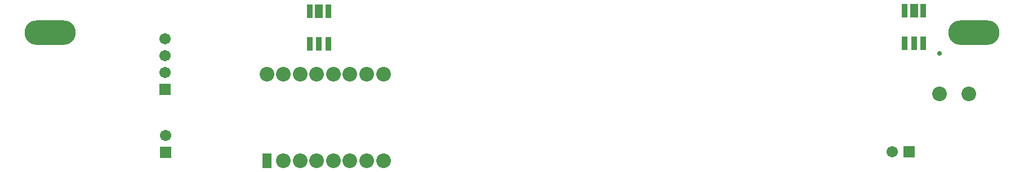
<source format=gbs>
G04*
G04 #@! TF.GenerationSoftware,Altium Limited,Altium Designer,18.1.9 (240)*
G04*
G04 Layer_Color=16711935*
%FSAX25Y25*%
%MOIN*%
G70*
G01*
G75*
%ADD31O,0.30328X0.14580*%
%ADD32C,0.08674*%
%ADD33R,0.06706X0.06706*%
%ADD34C,0.06706*%
%ADD35R,0.05524X0.08674*%
%ADD36R,0.06706X0.06706*%
%ADD37C,0.02769*%
%ADD50R,0.04737X0.08280*%
%ADD51R,0.03556X0.08280*%
D31*
X0129567Y0466653D02*
D03*
X0676417D02*
D03*
D32*
X0656028Y0430358D02*
D03*
X0673350D02*
D03*
X0326811Y0441968D02*
D03*
X0316968D02*
D03*
X0307126D02*
D03*
X0297284D02*
D03*
X0287441D02*
D03*
X0277598D02*
D03*
X0267756D02*
D03*
X0257913D02*
D03*
X0326811Y0390787D02*
D03*
X0316968D02*
D03*
X0307126D02*
D03*
X0297284D02*
D03*
X0287441D02*
D03*
X0277598D02*
D03*
X0267756D02*
D03*
D33*
X0638031Y0395984D02*
D03*
D34*
X0628031D02*
D03*
X0198031Y0405787D02*
D03*
X0197638Y0463071D02*
D03*
Y0453071D02*
D03*
Y0443071D02*
D03*
D35*
X0257913Y0390787D02*
D03*
D36*
X0198031Y0395787D02*
D03*
X0197638Y0433071D02*
D03*
D37*
X0655944Y0454448D02*
D03*
D50*
X0288661Y0479410D02*
D03*
X0640945Y0479646D02*
D03*
D51*
X0283150Y0460118D02*
D03*
Y0479410D02*
D03*
X0294173D02*
D03*
Y0460118D02*
D03*
X0288661D02*
D03*
X0640945Y0460354D02*
D03*
X0646457D02*
D03*
Y0479646D02*
D03*
X0635433D02*
D03*
Y0460354D02*
D03*
M02*

</source>
